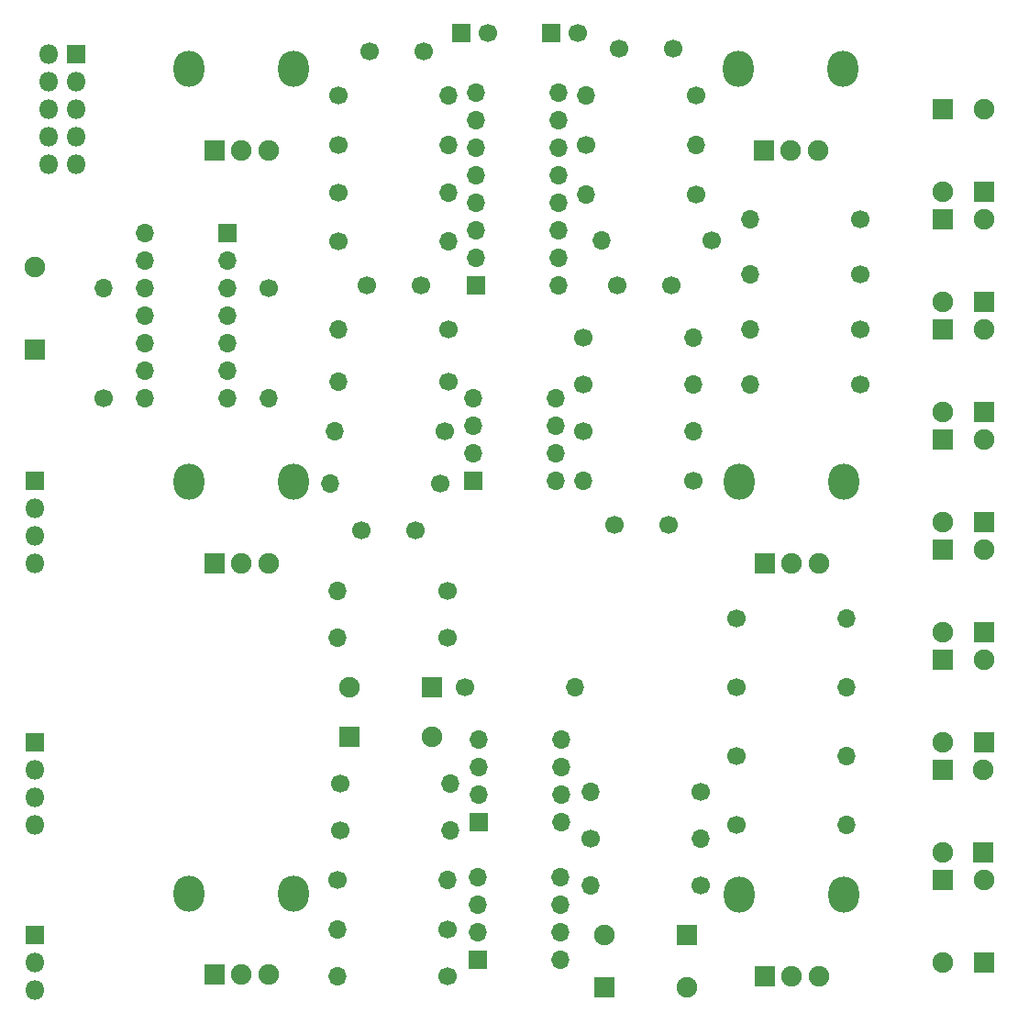
<source format=gbr>
G04 #@! TF.GenerationSoftware,KiCad,Pcbnew,5.1.6-c6e7f7d~86~ubuntu18.04.1*
G04 #@! TF.CreationDate,2020-06-20T10:04:16-04:00*
G04 #@! TF.ProjectId,wave_folder,77617665-5f66-46f6-9c64-65722e6b6963,rev?*
G04 #@! TF.SameCoordinates,Original*
G04 #@! TF.FileFunction,Soldermask,Bot*
G04 #@! TF.FilePolarity,Negative*
%FSLAX46Y46*%
G04 Gerber Fmt 4.6, Leading zero omitted, Abs format (unit mm)*
G04 Created by KiCad (PCBNEW 5.1.6-c6e7f7d~86~ubuntu18.04.1) date 2020-06-20 10:04:16*
%MOMM*%
%LPD*%
G01*
G04 APERTURE LIST*
%ADD10O,1.700000X1.700000*%
%ADD11R,1.700000X1.700000*%
%ADD12O,2.820000X3.340000*%
%ADD13C,1.900000*%
%ADD14R,1.900000X1.900000*%
%ADD15C,1.700000*%
%ADD16O,1.800000X1.800000*%
%ADD17R,1.800000X1.800000*%
%ADD18O,1.900000X1.900000*%
G04 APERTURE END LIST*
D10*
X142240000Y-73660000D03*
X149860000Y-88900000D03*
X142240000Y-76200000D03*
X149860000Y-86360000D03*
X142240000Y-78740000D03*
X149860000Y-83820000D03*
X142240000Y-81280000D03*
X149860000Y-81280000D03*
X142240000Y-83820000D03*
X149860000Y-78740000D03*
X142240000Y-86360000D03*
X149860000Y-76200000D03*
X142240000Y-88900000D03*
D11*
X149860000Y-73660000D03*
D10*
X180594000Y-140716000D03*
X172974000Y-133096000D03*
X180594000Y-138176000D03*
X172974000Y-135636000D03*
X180594000Y-135636000D03*
X172974000Y-138176000D03*
X180594000Y-133096000D03*
D11*
X172974000Y-140716000D03*
D10*
X180721000Y-128016000D03*
X173101000Y-120396000D03*
X180721000Y-125476000D03*
X173101000Y-122936000D03*
X180721000Y-122936000D03*
X173101000Y-125476000D03*
X180721000Y-120396000D03*
D11*
X173101000Y-128016000D03*
D10*
X180213000Y-96520000D03*
X172593000Y-88900000D03*
X180213000Y-93980000D03*
X172593000Y-91440000D03*
X180213000Y-91440000D03*
X172593000Y-93980000D03*
X180213000Y-88900000D03*
D11*
X172593000Y-96520000D03*
D10*
X180467000Y-78486000D03*
X172847000Y-60706000D03*
X180467000Y-75946000D03*
X172847000Y-63246000D03*
X180467000Y-73406000D03*
X172847000Y-65786000D03*
X180467000Y-70866000D03*
X172847000Y-68326000D03*
X180467000Y-68326000D03*
X172847000Y-70866000D03*
X180467000Y-65786000D03*
X172847000Y-73406000D03*
X180467000Y-63246000D03*
X172847000Y-75946000D03*
X180467000Y-60706000D03*
D11*
X172847000Y-78486000D03*
D12*
X197170000Y-134740000D03*
X206770000Y-134740000D03*
D13*
X204470000Y-142240000D03*
X201970000Y-142240000D03*
D14*
X199470000Y-142240000D03*
D12*
X146370000Y-134620000D03*
X155970000Y-134620000D03*
D13*
X153670000Y-142120000D03*
X151170000Y-142120000D03*
D14*
X148670000Y-142120000D03*
D12*
X197170000Y-96640000D03*
X206770000Y-96640000D03*
D13*
X204470000Y-104140000D03*
X201970000Y-104140000D03*
D14*
X199470000Y-104140000D03*
D12*
X146370000Y-96640000D03*
X155970000Y-96640000D03*
D13*
X153670000Y-104140000D03*
X151170000Y-104140000D03*
D14*
X148670000Y-104140000D03*
D12*
X197090000Y-58540000D03*
X206690000Y-58540000D03*
D13*
X204390000Y-66040000D03*
X201890000Y-66040000D03*
D14*
X199390000Y-66040000D03*
D12*
X146370000Y-58540000D03*
X155970000Y-58540000D03*
D13*
X153670000Y-66040000D03*
X151170000Y-66040000D03*
D14*
X148670000Y-66040000D03*
D10*
X183007000Y-60960000D03*
D15*
X193167000Y-60960000D03*
D10*
X183007000Y-70104000D03*
D15*
X193167000Y-70104000D03*
D10*
X193167000Y-65532000D03*
D15*
X183007000Y-65532000D03*
D10*
X184429400Y-74371200D03*
D15*
X194589400Y-74371200D03*
D10*
X182753000Y-96520000D03*
D15*
X192913000Y-96520000D03*
D10*
X192913000Y-83312000D03*
D15*
X182753000Y-83312000D03*
D10*
X192913000Y-87630000D03*
D15*
X182753000Y-87630000D03*
D10*
X192913000Y-91948000D03*
D15*
X182753000Y-91948000D03*
D10*
X138430000Y-78740000D03*
D15*
X138430000Y-88900000D03*
D10*
X153670000Y-88900000D03*
D15*
X153670000Y-78740000D03*
D10*
X181991000Y-115570000D03*
D15*
X171831000Y-115570000D03*
D10*
X170434000Y-124460000D03*
D15*
X160274000Y-124460000D03*
D10*
X170434000Y-128778000D03*
D15*
X160274000Y-128778000D03*
D10*
X160020000Y-106680000D03*
D15*
X170180000Y-106680000D03*
D10*
X160020000Y-110998000D03*
D15*
X170180000Y-110998000D03*
D10*
X160020000Y-142240000D03*
D15*
X170180000Y-142240000D03*
D10*
X160020000Y-137922000D03*
D15*
X170180000Y-137922000D03*
D10*
X170180000Y-133350000D03*
D15*
X160020000Y-133350000D03*
D10*
X170307000Y-74422000D03*
D15*
X160147000Y-74422000D03*
D10*
X170307000Y-65532000D03*
D15*
X160147000Y-65532000D03*
D10*
X160147000Y-82550000D03*
D15*
X170307000Y-82550000D03*
D10*
X170307000Y-60960000D03*
D15*
X160147000Y-60960000D03*
D10*
X170307000Y-69977000D03*
D15*
X160147000Y-69977000D03*
D10*
X160147000Y-87376000D03*
D15*
X170307000Y-87376000D03*
D10*
X159816800Y-91948000D03*
D15*
X169976800Y-91948000D03*
D10*
X159359600Y-96774000D03*
D15*
X169519600Y-96774000D03*
D10*
X183388000Y-133858000D03*
D15*
X193548000Y-133858000D03*
D10*
X193548000Y-129540000D03*
D15*
X183388000Y-129540000D03*
D10*
X207010000Y-128270000D03*
D15*
X196850000Y-128270000D03*
D10*
X207010000Y-121920000D03*
D15*
X196850000Y-121920000D03*
D10*
X207010000Y-115570000D03*
D15*
X196850000Y-115570000D03*
D10*
X207010000Y-109220000D03*
D15*
X196850000Y-109220000D03*
D10*
X183388000Y-125222000D03*
D15*
X193548000Y-125222000D03*
D10*
X198120000Y-87630000D03*
D15*
X208280000Y-87630000D03*
D10*
X198120000Y-82550000D03*
D15*
X208280000Y-82550000D03*
D10*
X198120000Y-77470000D03*
D15*
X208280000Y-77470000D03*
D10*
X198120000Y-72390000D03*
D15*
X208280000Y-72390000D03*
D16*
X133350000Y-67310000D03*
X135890000Y-67310000D03*
X133350000Y-64770000D03*
X135890000Y-64770000D03*
X133350000Y-62230000D03*
X135890000Y-62230000D03*
X133350000Y-59690000D03*
X135890000Y-59690000D03*
X133350000Y-57150000D03*
D17*
X135890000Y-57150000D03*
D16*
X132080000Y-104140000D03*
X132080000Y-101600000D03*
X132080000Y-99060000D03*
D17*
X132080000Y-96520000D03*
D16*
X132080000Y-128270000D03*
X132080000Y-125730000D03*
X132080000Y-123190000D03*
D17*
X132080000Y-120650000D03*
D16*
X132080000Y-143510000D03*
X132080000Y-140970000D03*
D17*
X132080000Y-138430000D03*
D18*
X132080000Y-76835000D03*
D14*
X132080000Y-84455000D03*
D18*
X168783000Y-120142000D03*
D14*
X161163000Y-120142000D03*
D18*
X161163000Y-115570000D03*
D14*
X168783000Y-115570000D03*
D18*
X184658000Y-138430000D03*
D14*
X192278000Y-138430000D03*
D18*
X192278000Y-143256000D03*
D14*
X184658000Y-143256000D03*
D18*
X219710000Y-133350000D03*
D14*
X219710000Y-140970000D03*
D18*
X219666000Y-123190000D03*
D14*
X219666000Y-130810000D03*
D18*
X219710000Y-113030000D03*
D14*
X219710000Y-120650000D03*
D18*
X219710000Y-102870000D03*
D14*
X219710000Y-110490000D03*
D18*
X219710000Y-92710000D03*
D14*
X219710000Y-100330000D03*
D18*
X219710000Y-82550000D03*
D14*
X219710000Y-90170000D03*
D18*
X219710000Y-72390000D03*
D14*
X219710000Y-80010000D03*
D18*
X219710000Y-62230000D03*
D14*
X219710000Y-69850000D03*
D18*
X215900000Y-140970000D03*
D14*
X215900000Y-133350000D03*
D18*
X215900000Y-130810000D03*
D14*
X215900000Y-123190000D03*
D18*
X215900000Y-120650000D03*
D14*
X215900000Y-113030000D03*
D18*
X215900000Y-110490000D03*
D14*
X215900000Y-102870000D03*
D18*
X215900000Y-100330000D03*
D14*
X215900000Y-92710000D03*
D18*
X215900000Y-90170000D03*
D14*
X215900000Y-82550000D03*
D18*
X215900000Y-80010000D03*
D14*
X215900000Y-72390000D03*
D18*
X215900000Y-69850000D03*
D14*
X215900000Y-62230000D03*
D15*
X173950000Y-55245000D03*
D11*
X171450000Y-55245000D03*
D15*
X182245000Y-55245000D03*
D11*
X179745000Y-55245000D03*
D15*
X186055000Y-56642000D03*
X191055000Y-56642000D03*
X185881000Y-78486000D03*
X190881000Y-78486000D03*
X185627000Y-100584000D03*
X190627000Y-100584000D03*
X167767000Y-78486000D03*
X162767000Y-78486000D03*
X168021000Y-56896000D03*
X163021000Y-56896000D03*
X167259000Y-101092000D03*
X162259000Y-101092000D03*
M02*

</source>
